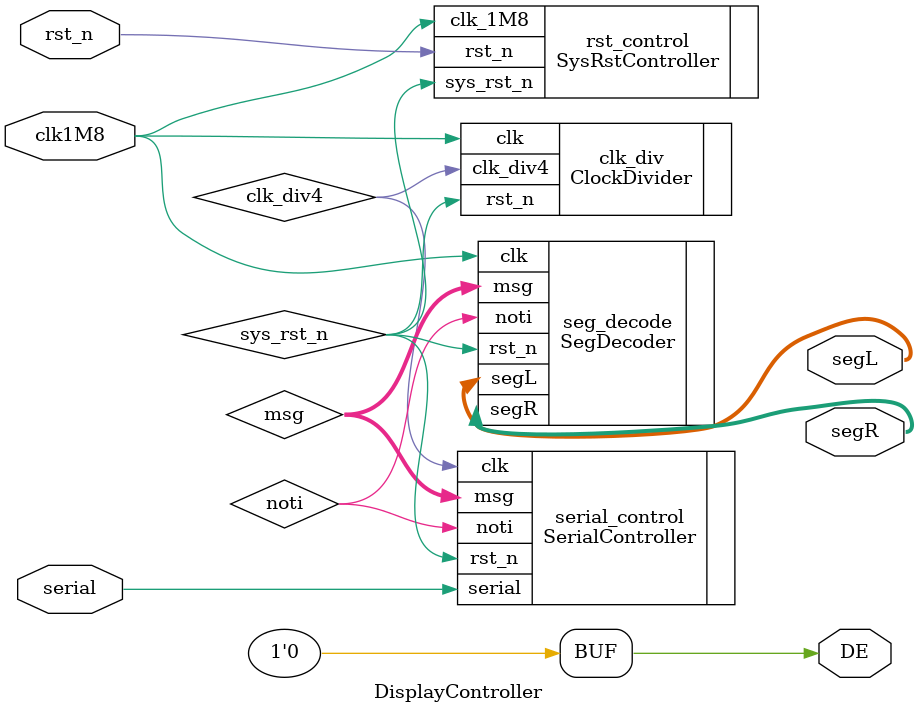
<source format=v>
`timescale 1ns / 1ps
module DisplayController(
    input wire clk1M8,
    input wire serial,
    input wire rst_n,
    output wire [7:0] segL,
    output wire [7:0] segR,
    output wire DE
    );

    wire clk_div4;
    wire sys_rst_n;

    wire [7:0] msg;
    wire noti;

    SysRstController rst_control(
        .clk_1M8(clk1M8),
        .rst_n(rst_n),
        .sys_rst_n(sys_rst_n)
    );

    ClockDivider clk_div(
        .clk(clk1M8),
        .rst_n(sys_rst_n),
        .clk_div4(clk_div4)
    );

    SerialController serial_control(
        .serial(serial),
        .clk(clk_div4),
        .rst_n(sys_rst_n),
        .msg(msg),
        .noti(noti)
    );

    SegDecoder seg_decode(
        .msg(msg),
        .noti(noti),
        .clk(clk1M8),
        .rst_n(sys_rst_n),
        .segL(segL),
        .segR(segR)
    );

    assign DE = 0;

endmodule

</source>
